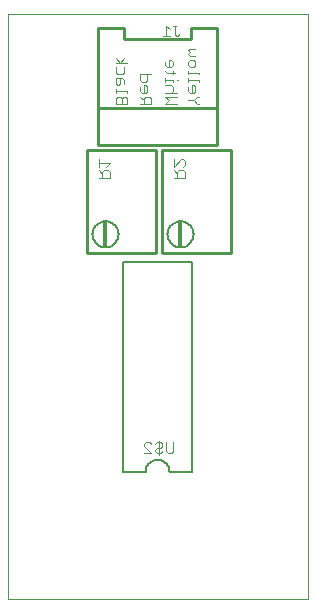
<source format=gbo>
G75*
%MOIN*%
%OFA0B0*%
%FSLAX24Y24*%
%IPPOS*%
%LPD*%
%AMOC8*
5,1,8,0,0,1.08239X$1,22.5*
%
%ADD10C,0.0000*%
%ADD11C,0.0100*%
%ADD12C,0.0060*%
%ADD13C,0.0030*%
%ADD14R,0.0118X0.0827*%
%ADD15C,0.0040*%
%ADD16C,0.0050*%
D10*
X000680Y000680D02*
X000680Y020180D01*
X010680Y020180D01*
X010680Y000680D01*
X000680Y000680D01*
D11*
X003336Y012217D02*
X003336Y015643D01*
X005639Y015643D01*
X005639Y012217D01*
X003336Y012217D01*
X003711Y015839D02*
X007649Y015839D01*
X007649Y017060D01*
X003711Y017060D01*
X003711Y019737D01*
X004578Y019737D01*
X004578Y019343D01*
X006782Y019343D01*
X006782Y019737D01*
X007649Y019737D01*
X007649Y017060D01*
X008139Y015643D02*
X005836Y015643D01*
X005836Y012217D01*
X008139Y012217D01*
X008139Y015643D01*
X003711Y015839D02*
X003711Y017060D01*
D12*
X003512Y012847D02*
X003514Y012888D01*
X003520Y012929D01*
X003530Y012969D01*
X003543Y013008D01*
X003560Y013046D01*
X003581Y013082D01*
X003605Y013115D01*
X003632Y013146D01*
X003662Y013175D01*
X003694Y013201D01*
X003729Y013223D01*
X003766Y013242D01*
X003804Y013257D01*
X003844Y013269D01*
X003884Y013277D01*
X003925Y013281D01*
X003967Y013281D01*
X004008Y013277D01*
X004048Y013269D01*
X004088Y013257D01*
X004126Y013242D01*
X004163Y013223D01*
X004198Y013201D01*
X004230Y013175D01*
X004260Y013146D01*
X004287Y013115D01*
X004311Y013082D01*
X004332Y013046D01*
X004349Y013008D01*
X004362Y012969D01*
X004372Y012929D01*
X004378Y012888D01*
X004380Y012847D01*
X004378Y012806D01*
X004372Y012765D01*
X004362Y012725D01*
X004349Y012686D01*
X004332Y012648D01*
X004311Y012612D01*
X004287Y012579D01*
X004260Y012548D01*
X004230Y012519D01*
X004198Y012493D01*
X004163Y012471D01*
X004126Y012452D01*
X004088Y012437D01*
X004048Y012425D01*
X004008Y012417D01*
X003967Y012413D01*
X003925Y012413D01*
X003884Y012417D01*
X003844Y012425D01*
X003804Y012437D01*
X003766Y012452D01*
X003729Y012471D01*
X003694Y012493D01*
X003662Y012519D01*
X003632Y012548D01*
X003605Y012579D01*
X003581Y012612D01*
X003560Y012648D01*
X003543Y012686D01*
X003530Y012725D01*
X003520Y012765D01*
X003514Y012806D01*
X003512Y012847D01*
X004530Y011930D02*
X006830Y011930D01*
X006830Y004930D01*
X006080Y004930D01*
X006078Y004969D01*
X006072Y005008D01*
X006063Y005046D01*
X006050Y005083D01*
X006033Y005119D01*
X006013Y005152D01*
X005989Y005184D01*
X005963Y005213D01*
X005934Y005239D01*
X005902Y005263D01*
X005869Y005283D01*
X005833Y005300D01*
X005796Y005313D01*
X005758Y005322D01*
X005719Y005328D01*
X005680Y005330D01*
X005641Y005328D01*
X005602Y005322D01*
X005564Y005313D01*
X005527Y005300D01*
X005491Y005283D01*
X005458Y005263D01*
X005426Y005239D01*
X005397Y005213D01*
X005371Y005184D01*
X005347Y005152D01*
X005327Y005119D01*
X005310Y005083D01*
X005297Y005046D01*
X005288Y005008D01*
X005282Y004969D01*
X005280Y004930D01*
X004530Y004930D01*
X004530Y011930D01*
X006012Y012847D02*
X006014Y012888D01*
X006020Y012929D01*
X006030Y012969D01*
X006043Y013008D01*
X006060Y013046D01*
X006081Y013082D01*
X006105Y013115D01*
X006132Y013146D01*
X006162Y013175D01*
X006194Y013201D01*
X006229Y013223D01*
X006266Y013242D01*
X006304Y013257D01*
X006344Y013269D01*
X006384Y013277D01*
X006425Y013281D01*
X006467Y013281D01*
X006508Y013277D01*
X006548Y013269D01*
X006588Y013257D01*
X006626Y013242D01*
X006663Y013223D01*
X006698Y013201D01*
X006730Y013175D01*
X006760Y013146D01*
X006787Y013115D01*
X006811Y013082D01*
X006832Y013046D01*
X006849Y013008D01*
X006862Y012969D01*
X006872Y012929D01*
X006878Y012888D01*
X006880Y012847D01*
X006878Y012806D01*
X006872Y012765D01*
X006862Y012725D01*
X006849Y012686D01*
X006832Y012648D01*
X006811Y012612D01*
X006787Y012579D01*
X006760Y012548D01*
X006730Y012519D01*
X006698Y012493D01*
X006663Y012471D01*
X006626Y012452D01*
X006588Y012437D01*
X006548Y012425D01*
X006508Y012417D01*
X006467Y012413D01*
X006425Y012413D01*
X006384Y012417D01*
X006344Y012425D01*
X006304Y012437D01*
X006266Y012452D01*
X006229Y012471D01*
X006194Y012493D01*
X006162Y012519D01*
X006132Y012548D01*
X006105Y012579D01*
X006081Y012612D01*
X006060Y012648D01*
X006043Y012686D01*
X006030Y012725D01*
X006020Y012765D01*
X006014Y012806D01*
X006012Y012847D01*
D13*
X006214Y014730D02*
X006585Y014730D01*
X006585Y014915D01*
X006523Y014977D01*
X006399Y014977D01*
X006338Y014915D01*
X006338Y014730D01*
X006338Y014853D02*
X006214Y014977D01*
X006214Y015098D02*
X006461Y015345D01*
X006523Y015345D01*
X006585Y015283D01*
X006585Y015160D01*
X006523Y015098D01*
X006214Y015098D02*
X006214Y015345D01*
X006315Y017195D02*
X005945Y017195D01*
X006068Y017318D01*
X005945Y017442D01*
X006315Y017442D01*
X006315Y017563D02*
X005945Y017563D01*
X006130Y017563D02*
X006192Y017625D01*
X006192Y017748D01*
X006130Y017810D01*
X005945Y017810D01*
X005945Y017932D02*
X005945Y018055D01*
X005945Y017993D02*
X006192Y017993D01*
X006192Y017932D01*
X006315Y017993D02*
X006377Y017993D01*
X006254Y018239D02*
X006007Y018239D01*
X005945Y018301D01*
X006007Y018423D02*
X006130Y018423D01*
X006192Y018484D01*
X006192Y018608D01*
X006130Y018670D01*
X006068Y018670D01*
X006068Y018423D01*
X006007Y018423D02*
X005945Y018484D01*
X005945Y018608D01*
X006192Y018301D02*
X006192Y018177D01*
X006695Y018177D02*
X006695Y018301D01*
X006695Y018239D02*
X007065Y018239D01*
X007065Y018177D01*
X007065Y017993D02*
X006695Y017993D01*
X006695Y017932D02*
X006695Y018055D01*
X006695Y017748D02*
X006695Y017625D01*
X006757Y017563D01*
X006880Y017563D01*
X006942Y017625D01*
X006942Y017748D01*
X006880Y017810D01*
X006818Y017810D01*
X006818Y017563D01*
X007004Y017442D02*
X006880Y017318D01*
X006695Y017318D01*
X006880Y017318D02*
X007004Y017195D01*
X007065Y017195D01*
X007065Y017442D02*
X007004Y017442D01*
X007065Y017932D02*
X007065Y017993D01*
X006880Y018423D02*
X006757Y018423D01*
X006695Y018484D01*
X006695Y018608D01*
X006757Y018670D01*
X006880Y018670D01*
X006942Y018608D01*
X006942Y018484D01*
X006880Y018423D01*
X006942Y018791D02*
X006757Y018791D01*
X006695Y018853D01*
X006757Y018914D01*
X006695Y018976D01*
X006757Y019038D01*
X006942Y019038D01*
X005467Y018179D02*
X005097Y018179D01*
X005097Y017993D01*
X005158Y017932D01*
X005282Y017932D01*
X005343Y017993D01*
X005343Y018179D01*
X005282Y017810D02*
X005220Y017810D01*
X005220Y017563D01*
X005158Y017563D02*
X005282Y017563D01*
X005343Y017625D01*
X005343Y017748D01*
X005282Y017810D01*
X005097Y017625D02*
X005158Y017563D01*
X005097Y017625D02*
X005097Y017748D01*
X005097Y017442D02*
X005220Y017318D01*
X005220Y017380D02*
X005220Y017195D01*
X005097Y017195D02*
X005467Y017195D01*
X005467Y017380D01*
X005405Y017442D01*
X005282Y017442D01*
X005220Y017380D01*
X004672Y017380D02*
X004672Y017195D01*
X004301Y017195D01*
X004301Y017380D01*
X004363Y017442D01*
X004425Y017442D01*
X004486Y017380D01*
X004486Y017195D01*
X004486Y017380D02*
X004548Y017442D01*
X004610Y017442D01*
X004672Y017380D01*
X004672Y017563D02*
X004672Y017625D01*
X004301Y017625D01*
X004301Y017563D02*
X004301Y017687D01*
X004363Y017809D02*
X004301Y017871D01*
X004301Y018056D01*
X004486Y018056D01*
X004548Y017994D01*
X004548Y017871D01*
X004425Y017871D02*
X004425Y018056D01*
X004486Y018177D02*
X004363Y018177D01*
X004301Y018239D01*
X004301Y018424D01*
X004301Y018545D02*
X004672Y018545D01*
X004548Y018424D02*
X004548Y018239D01*
X004486Y018177D01*
X004425Y018545D02*
X004548Y018731D01*
X004425Y018545D02*
X004301Y018731D01*
X004425Y017871D02*
X004363Y017809D01*
X003714Y015345D02*
X003714Y015098D01*
X003714Y014977D02*
X003838Y014853D01*
X003838Y014915D02*
X003838Y014730D01*
X003714Y014730D02*
X004085Y014730D01*
X004085Y014915D01*
X004023Y014977D01*
X003899Y014977D01*
X003838Y014915D01*
X003961Y015098D02*
X004085Y015222D01*
X003714Y015222D01*
D14*
X003946Y012847D03*
X006446Y012847D03*
D15*
X006352Y019469D02*
X006300Y019469D01*
X006249Y019521D01*
X006249Y019779D01*
X006300Y019779D02*
X006197Y019779D01*
X006081Y019676D02*
X005978Y019779D01*
X005978Y019469D01*
X006081Y019469D02*
X005875Y019469D01*
X006352Y019469D02*
X006404Y019521D01*
X005724Y005970D02*
X005724Y005490D01*
X005784Y005550D02*
X005664Y005550D01*
X005604Y005610D01*
X005604Y005670D01*
X005664Y005730D01*
X005784Y005730D01*
X005844Y005790D01*
X005844Y005850D01*
X005784Y005910D01*
X005664Y005910D01*
X005604Y005850D01*
X005476Y005850D02*
X005416Y005910D01*
X005296Y005910D01*
X005236Y005850D01*
X005236Y005790D01*
X005476Y005550D01*
X005236Y005550D01*
X005784Y005550D02*
X005844Y005610D01*
X005972Y005610D02*
X005972Y005910D01*
X006212Y005910D02*
X006212Y005610D01*
X006152Y005550D01*
X006032Y005550D01*
X005972Y005610D01*
D16*
X007649Y016036D02*
X007649Y016824D01*
M02*

</source>
